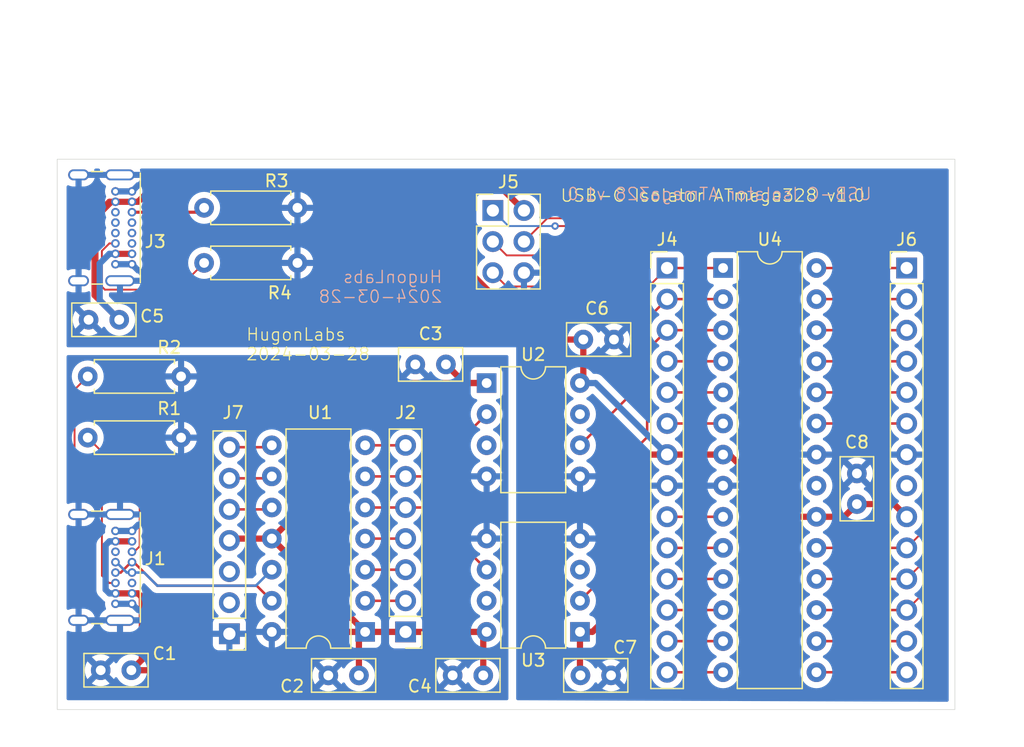
<source format=kicad_pcb>
(kicad_pcb (version 20240108) (generator "pcbnew") (generator_version "8.0")
  (title_block (title "AVR328-USB") (date "2024-03-08") (company "HugonLabs"))
  (layers (0 "F.Cu" signal) (31 "B.Cu" signal) (34 "B.Paste" user) (35 "F.Paste" user) (36 "B.SilkS" user "B.Silkscreen") (37 "F.SilkS" user "F.Silkscreen") (38 "B.Mask" user) (39 "F.Mask" user) (44 "Edge.Cuts" user))
  (net 0 "")
  (net 1 "GND_USB")
  (net 2 "VCC_USB")
  (net 3 "GND_AVR")
  (net 4 "VCC_AVR")
  (net 5 "Net-(J1-CC2)")
  (net 7 "Net-(J1-CC1)")
  (net 9 "/MCP.GP3")
  (net 10 "/MCP.URx")
  (net 11 "/MCP.GP1")
  (net 12 "/MCP.GP0")
  (net 13 "/MCP.SDA")
  (net 14 "/MCP.GP2")
  (net 15 "/MCP.UTx")
  (net 16 "/MCP.SCL")
  (net 17 "/MCP.#RST")
  (net 18 "/MCU Sheet/PB7")
  (net 19 "/MCU Sheet/PB0")
  (net 21 "/MCU Sheet/PC0")
  (net 22 "/UART_Tx")
  (net 23 "/MCU Sheet/PB2")
  (net 24 "/MCU Sheet/PD7")
  (net 25 "/MCU Sheet/PC4")
  (net 26 "/UART_Rx")
  (net 27 "/MCU Sheet/PD4")
  (net 28 "/MCU Sheet/PC6 #RESET")
  (net 31 "/MCU Sheet/PD6")
  (net 32 "/MCU Sheet/PB6")
  (net 33 "/MCU Sheet/PC3")
  (net 34 "/MCU Sheet/PD2")
  (net 35 "/MCU Sheet/PB3")
  (net 36 "/MCU Sheet/PC2")
  (net 38 "/MCU Sheet/PC1")
  (net 39 "/MCU Sheet/PD3")
  (net 40 "/MCU Sheet/PB4")
  (net 41 "/MCU Sheet/PB5")
  (net 42 "/MCU Sheet/PB1")
  (net 43 "/MCU Sheet/PD5")
  (net 44 "/MCU Sheet/PC5")
  (net 45 "Net-(J3-CC1)")
  (net 46 "Net-(J3-CC2)")
  (net 52 "/D-")
  (net 53 "/D+")
  (footprint "Package_DIP:DIP-8_W7.62mm" (layer "F.Cu") (at 118.872 102.362 180)
    (property "Reference" "U3" (at 3.81 -2.33 180) (layer "F.SilkS"))
    (property "Value" "ACPL-772L-000E")
    (pad "1" thru_hole rect (at 0 0 180) (size 1.6 1.6) (drill 0.8) (layers "*.Cu" "*.Mask") (net 4 "VCC_AVR"))
    (pad "2" thru_hole oval (at 0 2.54 180) (size 1.6 1.6) (drill 0.8) (layers "*.Cu" "*.Mask") (net 22 "/UART_Tx"))
    (pad "3" thru_hole oval (at 0 5.08 180) (size 1.6 1.6) (drill 0.8) (layers "*.Cu" "*.Mask"))
    (pad "4" thru_hole oval (at 0 7.62 180) (size 1.6 1.6) (drill 0.8) (layers "*.Cu" "*.Mask") (net 3 "GND_AVR"))
    (pad "5" thru_hole oval (at 7.62 7.62 180) (size 1.6 1.6) (drill 0.8) (layers "*.Cu" "*.Mask") (net 1 "GND_USB"))
    (pad "6" thru_hole oval (at 7.62 5.08 180) (size 1.6 1.6) (drill 0.8) (layers "*.Cu" "*.Mask") (net 10 "/MCP.URx"))
    (pad "7" thru_hole oval (at 7.62 2.54 180) (size 1.6 1.6) (drill 0.8) (layers "*.Cu" "*.Mask"))
    (pad "8" thru_hole oval (at 7.62 0 180) (size 1.6 1.6) (drill 0.8) (layers "*.Cu" "*.Mask") (net 2 "VCC_USB"))
  )
  (footprint "Resistor_THT:R_Axial_DIN0207_L6.3mm_D2.5mm_P7.62mm_Horizontal" (layer "F.Cu") (at 88.19 67.726803)
    (property "Reference" "R3" (at 5.917 -2.194803 0) (layer "F.SilkS"))
    (property "Value" "5k1")
    (pad "1" thru_hole circle (at 0 0) (size 1.6 1.6) (drill 0.8) (layers "*.Cu" "*.Mask") (net 45 "Net-(J3-CC1)"))
    (pad "2" thru_hole oval (at 7.62 0) (size 1.6 1.6) (drill 0.8) (layers "*.Cu" "*.Mask") (net 3 "GND_AVR"))
  )
  (footprint "Package_DIP:DIP-14_W7.62mm" (layer "F.Cu") (at 101.336 102.367 180)
    (property "Reference" "U1" (at 3.673 17.912 180) (layer "F.SilkS"))
    (property "Value" "MCP2221AxP")
    (pad "1" thru_hole rect (at 0 0 180) (size 1.6 1.6) (drill 0.8) (layers "*.Cu" "*.Mask") (net 2 "VCC_USB"))
    (pad "2" thru_hole oval (at 0 2.54 180) (size 1.6 1.6) (drill 0.8) (layers "*.Cu" "*.Mask") (net 12 "/MCP.GP0"))
    (pad "3" thru_hole oval (at 0 5.08 180) (size 1.6 1.6) (drill 0.8) (layers "*.Cu" "*.Mask") (net 11 "/MCP.GP1"))
    (pad "4" thru_hole oval (at 0 7.62 180) (size 1.6 1.6) (drill 0.8) (layers "*.Cu" "*.Mask") (net 17 "/MCP.#RST"))
    (pad "5" thru_hole oval (at 0 10.16 180) (size 1.6 1.6) (drill 0.8) (layers "*.Cu" "*.Mask") (net 10 "/MCP.URx"))
    (pad "6" thru_hole oval (at 0 12.7 180) (size 1.6 1.6) (drill 0.8) (layers "*.Cu" "*.Mask") (net 15 "/MCP.UTx"))
    (pad "7" thru_hole oval (at 0 15.24 180) (size 1.6 1.6) (drill 0.8) (layers "*.Cu" "*.Mask") (net 14 "/MCP.GP2"))
    (pad "8" thru_hole oval (at 7.62 15.24 180) (size 1.6 1.6) (drill 0.8) (layers "*.Cu" "*.Mask") (net 9 "/MCP.GP3"))
    (pad "9" thru_hole oval (at 7.62 12.7 180) (size 1.6 1.6) (drill 0.8) (layers "*.Cu" "*.Mask") (net 13 "/MCP.SDA"))
    (pad "10" thru_hole oval (at 7.62 10.16 180) (size 1.6 1.6) (drill 0.8) (layers "*.Cu" "*.Mask") (net 16 "/MCP.SCL"))
    (pad "11" thru_hole oval (at 7.62 7.62 180) (size 1.6 1.6) (drill 0.8) (layers "*.Cu" "*.Mask") (net 2 "VCC_USB"))
    (pad "12" thru_hole oval (at 7.62 5.08 180) (size 1.6 1.6) (drill 0.8) (layers "*.Cu" "*.Mask") (net 52 "/D-"))
    (pad "13" thru_hole oval (at 7.62 2.54 180) (size 1.6 1.6) (drill 0.8) (layers "*.Cu" "*.Mask") (net 53 "/D+"))
    (pad "14" thru_hole oval (at 7.62 0 180) (size 1.6 1.6) (drill 0.8) (layers "*.Cu" "*.Mask") (net 1 "GND_USB"))
  )
  (footprint "AAAA_Project_Library:USB_C_Receptacle_GCT_USB4085_Reduced_Pad_Size" (layer "F.Cu") (at 82.301145 66.384274 -90)
    (property "Reference" "J3" (at 4.100726 -1.899855 0) (layer "F.SilkS"))
    (property "Value" "USB-C THT")
    (pad "A1" thru_hole circle (at 0 0 270) (size 0.69746 0.69746) (drill 0.4) (layers "*.Cu" "*.Mask") (net 3 "GND_AVR"))
    (pad "A4" thru_hole circle (at 0.85 0 270) (size 0.69746 0.69746) (drill 0.4) (layers "*.Cu" "*.Mask") (net 4 "VCC_AVR"))
    (pad "A5" thru_hole circle (at 1.7 0 270) (size 0.69746 0.69746) (drill 0.4) (layers "*.Cu" "*.Mask") (net 45 "Net-(J3-CC1)"))
    (pad "A6" thru_hole circle (at 2.55 0 270) (size 0.69746 0.69746) (drill 0.4) (layers "*.Cu" "*.Mask"))
    (pad "A7" thru_hole circle (at 3.4 0 270) (size 0.69746 0.69746) (drill 0.4) (layers "*.Cu" "*.Mask"))
    (pad "A8" thru_hole circle (at 4.25 0 270) (size 0.69746 0.69746) (drill 0.4) (layers "*.Cu" "*.Mask"))
    (pad "A9" thru_hole circle (at 5.1 0 270) (size 0.69746 0.69746) (drill 0.4) (layers "*.Cu" "*.Mask") (net 4 "VCC_AVR"))
    (pad "A12" thru_hole circle (at 5.95 0 270) (size 0.69746 0.69746) (drill 0.4) (layers "*.Cu" "*.Mask") (net 3 "GND_AVR"))
    (pad "B1" thru_hole circle (at 5.95 1.35 270) (size 0.69746 0.69746) (drill 0.4) (layers "*.Cu" "*.Mask") (net 3 "GND_AVR"))
    (pad "B4" thru_hole circle (at 5.1 1.35 270) (size 0.69746 0.69746) (drill 0.4) (layers "*.Cu" "*.Mask") (net 4 "VCC_AVR"))
    (pad "B5" thru_hole circle (at 4.25 1.35 270) (size 0.69746 0.69746) (drill 0.4) (layers "*.Cu" "*.Mask") (net 46 "Net-(J3-CC2)"))
    (pad "B6" thru_hole circle (at 3.4 1.35 270) (size 0.69746 0.69746) (drill 0.4) (layers "*.Cu" "*.Mask"))
    (pad "B7" thru_hole circle (at 2.55 1.35 270) (size 0.69746 0.69746) (drill 0.4) (layers "*.Cu" "*.Mask"))
    (pad "B8" thru_hole circle (at 1.7 1.35 270) (size 0.69746 0.69746) (drill 0.4) (layers "*.Cu" "*.Mask"))
    (pad "B9" thru_hole circle (at 0.85 1.35 270) (size 0.69746 0.69746) (drill 0.4) (layers "*.Cu" "*.Mask") (net 4 "VCC_AVR"))
    (pad "B12" thru_hole circle (at 0 1.35 270) (size 0.69746 0.69746) (drill 0.4) (layers "*.Cu" "*.Mask") (net 3 "GND_AVR"))
    (pad "S1" thru_hole oval (at -1.35 0.98 270) (size 0.9 2.4) (drill oval 0.6 2.1) (layers "*.Cu" "*.Mask") (net 3 "GND_AVR"))
    (pad "S1" thru_hole oval (at -1.35 4.36 270) (size 0.9 1.7) (drill oval 0.6 1.4) (layers "*.Cu" "*.Mask") (net 3 "GND_AVR"))
    (pad "S1" thru_hole oval (at 7.3 0.98 270) (size 0.9 2.4) (drill oval 0.6 2.1) (layers "*.Cu" "*.Mask") (net 3 "GND_AVR"))
    (pad "S1" thru_hole oval (at 7.3 4.36 270) (size 0.9 1.7) (drill oval 0.6 1.4) (layers "*.Cu" "*.Mask") (net 3 "GND_AVR"))
  )
  (footprint "Resistor_THT:R_Axial_DIN0207_L6.3mm_D2.5mm_P7.62mm_Horizontal" (layer "F.Cu") (at 88.19 72.226803)
    (property "Reference" "R4" (at 6.171 2.449197 0) (layer "F.SilkS"))
    (property "Value" "5k1")
    (pad "1" thru_hole circle (at 0 0) (size 1.6 1.6) (drill 0.8) (layers "*.Cu" "*.Mask") (net 46 "Net-(J3-CC2)"))
    (pad "2" thru_hole oval (at 7.62 0) (size 1.6 1.6) (drill 0.8) (layers "*.Cu" "*.Mask") (net 3 "GND_AVR"))
  )
  (footprint "Capacitor_THT:C_Disc_D5.0mm_W2.5mm_P2.50mm" (layer "F.Cu") (at 121.646 78.486 180)
    (property "Reference" "C6" (at 1.377 2.54 180) (layer "F.SilkS"))
    (property "Value" "0u1")
    (pad "1" thru_hole circle (at 0 0 180) (size 1.6 1.6) (drill 0.8) (layers "*.Cu" "*.Mask") (net 3 "GND_AVR"))
    (pad "2" thru_hole circle (at 2.5 0 180) (size 1.6 1.6) (drill 0.8) (layers "*.Cu" "*.Mask") (net 4 "VCC_AVR"))
  )
  (footprint "Connector_PinHeader_2.54mm:PinHeader_1x14_P2.54mm_Vertical" (layer "F.Cu") (at 125.984 72.644)
    (property "Reference" "J4" (at 0 -2.33 0) (layer "F.SilkS"))
    (property "Value" "Conn_01x14_MountingPin")
    (pad "1" thru_hole rect (at 0 0) (size 1.7 1.7) (drill 1) (layers "*.Cu" "*.Mask") (net 28 "/MCU Sheet/PC6 #RESET"))
    (pad "2" thru_hole oval (at 0 2.54) (size 1.7 1.7) (drill 1) (layers "*.Cu" "*.Mask") (net 26 "/UART_Rx"))
    (pad "3" thru_hole oval (at 0 5.08) (size 1.7 1.7) (drill 1) (layers "*.Cu" "*.Mask") (net 22 "/UART_Tx"))
    (pad "4" thru_hole oval (at 0 7.62) (size 1.7 1.7) (drill 1) (layers "*.Cu" "*.Mask") (net 34 "/MCU Sheet/PD2"))
    (pad "5" thru_hole oval (at 0 10.16) (size 1.7 1.7) (drill 1) (layers "*.Cu" "*.Mask") (net 39 "/MCU Sheet/PD3"))
    (pad "6" thru_hole oval (at 0 12.7) (size 1.7 1.7) (drill 1) (layers "*.Cu" "*.Mask") (net 27 "/MCU Sheet/PD4"))
    (pad "7" thru_hole oval (at 0 15.24) (size 1.7 1.7) (drill 1) (layers "*.Cu" "*.Mask") (net 4 "VCC_AVR"))
    (pad "8" thru_hole oval (at 0 17.78) (size 1.7 1.7) (drill 1) (layers "*.Cu" "*.Mask") (net 3 "GND_AVR"))
    (pad "9" thru_hole oval (at 0 20.32) (size 1.7 1.7) (drill 1) (layers "*.Cu" "*.Mask") (net 32 "/MCU Sheet/PB6"))
    (pad "10" thru_hole oval (at 0 22.86) (size 1.7 1.7) (drill 1) (layers "*.Cu" "*.Mask") (net 18 "/MCU Sheet/PB7"))
    (pad "11" thru_hole oval (at 0 25.4) (size 1.7 1.7) (drill 1) (layers "*.Cu" "*.Mask") (net 43 "/MCU Sheet/PD5"))
    (pad "12" thru_hole oval (at 0 27.94) (size 1.7 1.7) (drill 1) (layers "*.Cu" "*.Mask") (net 31 "/MCU Sheet/PD6"))
    (pad "13" thru_hole oval (at 0 30.48) (size 1.7 1.7) (drill 1) (layers "*.Cu" "*.Mask") (net 24 "/MCU Sheet/PD7"))
    (pad "14" thru_hole oval (at 0 33.02) (size 1.7 1.7) (drill 1) (layers "*.Cu" "*.Mask") (net 19 "/MCU Sheet/PB0"))
  )
  (footprint "Capacitor_THT:C_Disc_D5.0mm_W2.5mm_P2.50mm" (layer "F.Cu") (at 79.75 105.5)
    (property "Reference" "C1" (at 5.213 -1.36 0) (layer "F.SilkS"))
    (property "Value" "10u")
    (pad "1" thru_hole circle (at 0 0) (size 1.6 1.6) (drill 0.8) (layers "*.Cu" "*.Mask") (net 1 "GND_USB"))
    (pad "2" thru_hole circle (at 2.5 0) (size 1.6 1.6) (drill 0.8) (layers "*.Cu" "*.Mask") (net 2 "VCC_USB"))
  )
  (footprint "Resistor_THT:R_Axial_DIN0207_L6.3mm_D2.5mm_P7.62mm_Horizontal" (layer "F.Cu") (at 78.69 81.5)
    (property "Reference" "R2" (at 6.654 -2.37 0) (layer "F.SilkS"))
    (property "Value" "5k1")
    (pad "1" thru_hole circle (at 0 0) (size 1.6 1.6) (drill 0.8) (layers "*.Cu" "*.Mask") (net 5 "Net-(J1-CC2)"))
    (pad "2" thru_hole oval (at 7.62 0) (size 1.6 1.6) (drill 0.8) (layers "*.Cu" "*.Mask") (net 1 "GND_USB"))
  )
  (footprint "Package_DIP:DIP-8_W7.62mm" (layer "F.Cu") (at 111.252 82.042)
    (property "Reference" "U2" (at 3.81 -2.33 0) (layer "F.SilkS"))
    (property "Value" "ACPL-772L-000E")
    (pad "1" thru_hole rect (at 0 0) (size 1.6 1.6) (drill 0.8) (layers "*.Cu" "*.Mask") (net 2 "VCC_USB"))
    (pad "2" thru_hole oval (at 0 2.54) (size 1.6 1.6) (drill 0.8) (layers "*.Cu" "*.Mask") (net 15 "/MCP.UTx"))
    (pad "3" thru_hole oval (at 0 5.08) (size 1.6 1.6) (drill 0.8) (layers "*.Cu" "*.Mask"))
    (pad "4" thru_hole oval (at 0 7.62) (size 1.6 1.6) (drill 0.8) (layers "*.Cu" "*.Mask") (net 1 "GND_USB"))
    (pad "5" thru_hole oval (at 7.62 7.62) (size 1.6 1.6) (drill 0.8) (layers "*.Cu" "*.Mask") (net 3 "GND_AVR"))
    (pad "6" thru_hole oval (at 7.62 5.08) (size 1.6 1.6) (drill 0.8) (layers "*.Cu" "*.Mask") (net 26 "/UART_Rx"))
    (pad "7" thru_hole oval (at 7.62 2.54) (size 1.6 1.6) (drill 0.8) (layers "*.Cu" "*.Mask"))
    (pad "8" thru_hole oval (at 7.62 0) (size 1.6 1.6) (drill 0.8) (layers "*.Cu" "*.Mask") (net 4 "VCC_AVR"))
  )
  (footprint "Capacitor_THT:C_Disc_D5.0mm_W2.5mm_P2.50mm" (layer "F.Cu") (at 121.412 105.918 180)
    (property "Reference" "C7" (at -1.143 2.286 180) (layer "F.SilkS"))
    (property "Value" "0u1")
    (pad "1" thru_hole circle (at 0 0 180) (size 1.6 1.6) (drill 0.8) (layers "*.Cu" "*.Mask") (net 3 "GND_AVR"))
    (pad "2" thru_hole circle (at 2.5 0 180) (size 1.6 1.6) (drill 0.8) (layers "*.Cu" "*.Mask") (net 4 "VCC_AVR"))
  )
  (footprint "Connector_PinHeader_2.54mm:PinHeader_1x14_P2.54mm_Vertical" (layer "F.Cu") (at 145.542 72.644)
    (property "Reference" "J6" (at 0 -2.33 0) (layer "F.SilkS"))
    (property "Value" "Conn_01x14_MountingPin")
    (pad "1" thru_hole rect (at 0 0) (size 1.7 1.7) (drill 1) (layers "*.Cu" "*.Mask") (net 44 "/MCU Sheet/PC5"))
    (pad "2" thru_hole oval (at 0 2.54) (size 1.7 1.7) (drill 1) (layers "*.Cu" "*.Mask") (net 25 "/MCU Sheet/PC4"))
    (pad "3" thru_hole oval (at 0 5.08) (size 1.7 1.7) (drill 1) (layers "*.Cu" "*.Mask") (net 33 "/MCU Sheet/PC3"))
    (pad "4" thru_hole oval (at 0 7.62) (size 1.7 1.7) (drill 1) (layers "*.Cu" "*.Mask") (net 36 "/MCU Sheet/PC2"))
    (pad "5" thru_hole oval (at 0 10.16) (size 1.7 1.7) (drill 1) (layers "*.Cu" "*.Mask") (net 38 "/MCU Sheet/PC1"))
    (pad "6" thru_hole oval (at 0 12.7) (size 1.7 1.7) (drill 1) (layers "*.Cu" "*.Mask") (net 21 "/MCU Sheet/PC0"))
    (pad "7" thru_hole oval (at 0 15.24) (size 1.7 1.7) (drill 1) (layers "*.Cu" "*.Mask") (net 3 "GND_AVR"))
    (pad "8" thru_hole oval (at 0 17.78) (size 1.7 1.7) (drill 1) (layers "*.Cu" "*.Mask"))
    (pad "9" thru_hole oval (at 0 20.32) (size 1.7 1.7) (drill 1) (layers "*.Cu" "*.Mask") (net 4 "VCC_AVR"))
    (pad "10" thru_hole oval (at 0 22.86) (size 1.7 1.7) (drill 1) (layers "*.Cu" "*.Mask") (net 41 "/MCU Sheet/PB5"))
    (pad "11" thru_hole oval (at 0 25.4) (size 1.7 1.7) (drill 1) (layers "*.Cu" "*.Mask") (net 40 "/MCU Sheet/PB4"))
    (pad "12" thru_hole oval (at 0 27.94) (size 1.7 1.7) (drill 1) (layers "*.Cu" "*.Mask") (net 35 "/MCU Sheet/PB3"))
    (pad "13" thru_hole oval (at 0 30.48) (size 1.7 1.7) (drill 1) (layers "*.Cu" "*.Mask") (net 23 "/MCU Sheet/PB2"))
    (pad "14" thru_hole oval (at 0 33.02) (size 1.7 1.7) (drill 1) (layers "*.Cu" "*.Mask") (net 42 "/MCU Sheet/PB1"))
  )
  (footprint "Connector_PinHeader_2.54mm:PinHeader_1x07_P2.54mm_Vertical" (layer "F.Cu") (at 90.252 102.521 180)
    (property "Reference" "J7" (at -0.299 18.066 180) (layer "F.SilkS"))
    (property "Value" "MCP Debug Header")
    (pad "1" thru_hole rect (at 0 0 180) (size 1.7 1.7) (drill 1) (layers "*.Cu" "*.Mask") (net 1 "GND_USB"))
    (pad "2" thru_hole oval (at 0 2.54 180) (size 1.7 1.7) (drill 1) (layers "*.Cu" "*.Mask"))
    (pad "3" thru_hole oval (at 0 5.08 180) (size 1.7 1.7) (drill 1) (layers "*.Cu" "*.Mask"))
    (pad "4" thru_hole oval (at 0 7.62 180) (size 1.7 1.7) (drill 1) (layers "*.Cu" "*.Mask") (net 2 "VCC_USB"))
    (pad "5" thru_hole oval (at 0 10.16 180) (size 1.7 1.7) (drill 1) (layers "*.Cu" "*.Mask") (net 16 "/MCP.SCL"))
    (pad "6" thru_hole oval (at 0 12.7 180) (size 1.7 1.7) (drill 1) (layers "*.Cu" "*.Mask") (net 13 "/MCP.SDA"))
    (pad "7" thru_hole oval (at 0 15.24 180) (size 1.7 1.7) (drill 1) (layers "*.Cu" "*.Mask") (net 9 "/MCP.GP3"))
  )
  (footprint "AAAA_Project_Library:USB_C_Receptacle_GCT_USB4085_Reduced_Pad_Size" (layer "F.Cu") (at 82.303596 94.121754 -90)
    (property "Reference" "J1" (at 2.271246 -1.897404 180) (layer "F.SilkS"))
    (property "Value" "USB-C THT")
    (pad "A1" thru_hole circle (at 0 0 270) (size 0.69746 0.69746) (drill 0.4) (layers "*.Cu" "*.Mask") (net 1 "GND_USB"))
    (pad "A4" thru_hole circle (at 0.85 0 270) (size 0.69746 0.69746) (drill 0.4) (layers "*.Cu" "*.Mask") (net 2 "VCC_USB"))
    (pad "A5" thru_hole circle (at 1.7 0 270) (size 0.69746 0.69746) (drill 0.4) (layers "*.Cu" "*.Mask") (net 7 "Net-(J1-CC1)"))
    (pad "A6" thru_hole circle (at 2.55 0 270) (size 0.69746 0.69746) (drill 0.4) (layers "*.Cu" "*.Mask") (net 53 "/D+"))
    (pad "A7" thru_hole circle (at 3.4 0 270) (size 0.69746 0.69746) (drill 0.4) (layers "*.Cu" "*.Mask") (net 52 "/D-"))
    (pad "A8" thru_hole circle (at 4.25 0 270) (size 0.69746 0.69746) (drill 0.4) (layers "*.Cu" "*.Mask"))
    (pad "A9" thru_hole circle (at 5.1 0 270) (size 0.69746 0.69746) (drill 0.4) (layers "*.Cu" "*.Mask") (net 2 "VCC_USB"))
    (pad "A12" thru_hole circle (at 5.95 0 270) (size 0.69746 0.69746) (drill 0.4) (layers "*.Cu" "*.Mask") (net 1 "GND_USB"))
    (pad "B1" thru_hole circle (at 5.95 1.35 270) (size 0.69746 0.69746) (drill 0.4) (layers "*.Cu" "*.Mask") (net 1 "GND_USB"))
    (pad "B4" thru_hole circle (at 5.1 1.35 270) (size 0.69746 0.69746) (drill 0.4) (layers "*.Cu" "*.Mask") (net 2 "VCC_USB"))
    (pad "B5" thru_hole circle (at 4.25 1.35 270) (size 0.69746 0.69746) (drill 0.4) (layers "*.Cu" "*.Mask") (net 5 "Net-(J1-CC2)"))
    (pad "B6" thru_hole circle (at 3.4 1.35 270) (size 0.69746 0.69746) (drill 0.4) (layers "*.Cu" "*.Mask") (net 53 "/D+"))
    (pad "B7" thru_hole circle (at 2.55 1.35 270) (size 0.69746 0.69746) (drill 0.4) (layers "*.Cu" "*.Mask") (net 52 "/D-"))
    (pad "B8" thru_hole circle (at 1.7 1.35 270) (size 0.69746 0.69746) (drill 0.4) (layers "*.Cu" "*.Mask"))
    (pad "B9" thru_hole circle (at 0.85 1.35 270) (size 0.69746 0.69746) (drill 0.4) (layers "*.Cu" "*.Mask") (net 2 "VCC_USB"))
    (pad "B12" thru_hole circle (at 0 1.35 270) (size 0.69746 0.69746) (drill 0.4) (layers "*.Cu" "*.Mask") (net 1 "GND_USB"))
    (pad "S1" thru_hole oval (at -1.35 0.98 270) (size 0.9 2.4) (drill oval 0.6 2.1) (layers "*.Cu" "*.Mask") (net 1 "GND_USB"))
    (pad "S1" thru_hole oval (at -1.35 4.36 270) (size 0.9 1.7) (drill oval 0.6 1.4) (layers "*.Cu" "*.Mask") (net 1 "GND_USB"))
    (pad "S1" thru_hole oval (at 7.3 0.98 270) (size 0.9 2.4) (drill oval 0.6 2.1) (layers "*.Cu" "*.Mask") (net 1 "GND_USB"))
    (pad "S1" thru_hole oval (at 7.3 4.36 270) (size 0.9 1.7) (drill oval 0.6 1.4) (layers "*.Cu" "*.Mask") (net 1 "GND_USB"))
  )
  (footprint "Connector_PinHeader_2.54mm:PinHeader_2x03_P2.54mm_Vertical" (layer "F.Cu") (at 111.76 67.945)
    (property "Reference" "J5" (at 1.27 -2.33 360) (layer "F.SilkS"))
    (property "Value" "AVR-ISP-6")
    (pad "1" thru_hole rect (at 0 0) (size 1.7 1.7) (drill 1) (layers "*.Cu" "*.Mask") (net 40 "/MCU Sheet/PB4"))
    (pad "2" thru_hole oval (at 2.54 0) (size 1.7 1.7) (drill 1) (layers "*.Cu" "*.Mask") (net 4 "VCC_AVR"))
    (pad "3" thru_hole oval (at 0 2.54) (size 1.7 1.7) (drill 1) (layers "*.Cu" "*.Mask") (net 41 "/MCU Sheet/PB5"))
    (pad "4" thru_hole oval (at 2.54 2.54) (size 1.7 1.7) (drill 1) (layers "*.Cu" "*.Mask") (net 35 "/MCU Sheet/PB3"))
    (pad "5" thru_hole oval (at 0 5.08) (size 1.7 1.7) (drill 1) (layers "*.Cu" "*.Mask") (net 28 "/MCU Sheet/PC6 #RESET"))
    (pad "6" thru_hole oval (at 2.54 5.08) (size 1.7 1.7) (drill 1) (layers "*.Cu" "*.Mask") (net 3 "GND_AVR"))
  )
  (footprint "Capacitor_THT:C_Disc_D5.0mm_W2.5mm_P2.50mm" (layer "F.Cu") (at 98.328 105.923)
    (property "Reference" "C2" (at -2.951 0.884 0) (layer "F.SilkS"))
    (property "Value" "0u1")
    (pad "1" thru_hole circle (at 0 0) (size 1.6 1.6) (drill 0.8) (layers "*.Cu" "*.Mask") (net 1 "GND_USB"))
    (pad "2" thru_hole circle (at 2.5 0) (size 1.6 1.6) (drill 0.8) (layers "*.Cu" "*.Mask") (net 2 "VCC_USB"))
  )
  (footprint "Capacitor_THT:C_Disc_D5.0mm_W2.5mm_P2.50mm" (layer "F.Cu") (at 105.43 80.518)
    (property "Reference" "C3" (at 1.25 -2.5 360) (layer "F.SilkS"))
    (property "Value" "0u1")
    (pad "1" thru_hole circle (at 0 0) (size 1.6 1.6) (drill 0.8) (layers "*.Cu" "*.Mask") (net 1 "GND_USB"))
    (pad "2" thru_hole circle (at 2.5 0) (size 1.6 1.6) (drill 0.8) (layers "*.Cu" "*.Mask") (net 2 "VCC_USB"))
  )
  (footprint "Resistor_THT:R_Axial_DIN0207_L6.3mm_D2.5mm_P7.62mm_Horizontal" (layer "F.Cu") (at 78.69 86.5)
    (property "Reference" "R1" (at 6.654 -2.37 0) (layer "F.SilkS"))
    (property "Value" "5k1")
    (pad "1" thru_hole circle (at 0 0) (size 1.6 1.6) (drill 0.8) (layers "*.Cu" "*.Mask") (net 7 "Net-(J1-CC1)"))
    (pad "2" thru_hole oval (at 7.62 0) (size 1.6 1.6) (drill 0.8) (layers "*.Cu" "*.Mask") (net 1 "GND_USB"))
  )
  (footprint "Capacitor_THT:C_Disc_D5.0mm_W2.5mm_P2.50mm" (layer "F.Cu") (at 141.478 89.428 -90)
    (property "Reference" "C8" (at -2.56 0 180) (layer "F.SilkS"))
    (property "Value" "0u1")
    (pad "1" thru_hole circle (at 0 0 270) (size 1.6 1.6) (drill 0.8) (layers "*.Cu" "*.Mask") (net 3 "GND_AVR"))
    (pad "2" thru_hole circle (at 2.5 0 270) (size 1.6 1.6) (drill 0.8) (layers "*.Cu" "*.Mask") (net 4 "VCC_AVR"))
  )
  (footprint "Package_DIP:DIP-28_W7.62mm" (layer "F.Cu") (at 130.556 72.644)
    (property "Reference" "U4" (at 3.81 -2.33 0) (layer "F.SilkS"))
    (property "Value" "ATmega328P-P")
    (pad "1" thru_hole rect (at 0 0) (size 1.6 1.6) (drill 0.8) (layers "*.Cu" "*.Mask") (net 28 "/MCU Sheet/PC6 #RESET"))
    (pad "2" thru_hole oval (at 0 2.54) (size 1.6 1.6) (drill 0.8) (layers "*.Cu" "*.Mask") (net 26 "/UART_Rx"))
    (pad "3" thru_hole oval (at 0 5.08) (size 1.6 1.6) (drill 0.8) (layers "*.Cu" "*.Mask") (net 22 "/UART_Tx"))
    (pad "4" thru_hole oval (at 0 7.62) (size 1.6 1.6) (drill 0.8) (layers "*.Cu" "*.Mask") (net 34 "/MCU Sheet/PD2"))
    (pad "5" thru_hole oval (at 0 10.16) (size 1.6 1.6) (drill 0.8) (layers "*.Cu" "*.Mask") (net 39 "/MCU Sheet/PD3"))
    (pad "6" thru_hole oval (at 0 12.7) (size 1.6 1.6) (drill 0.8) (layers "*.Cu" "*.Mask") (net 27 "/MCU Sheet/PD4"))
    (pad "7" thru_hole oval (at 0 15.24) (size 1.6 1.6) (drill 0.8) (layers "*.Cu" "*.Mask") (net 4 "VCC_AVR"))
    (pad "8" thru_hole oval (at 0 17.78) (size 1.6 1.6) (drill 0.8) (layers "*.Cu" "*.Mask") (net 3 "GND_AVR"))
    (pad "9" thru_hole oval (at 0 20.32) (size 1.6 1.6) (drill 0.8) (layers "*.Cu" "*.Mask") (net 32 "/MCU Sheet/PB6"))
    (pad "10" thru_hole oval (at 0 22.86) (size 1.6 1.6) (drill 0.8) (layers "*.Cu" "*.Mask") (net 18 "/MCU Sheet/PB7"))
    (pad "11" thru_hole oval (at 0 25.4) (size 1.6 1.6) (drill 0.8) (layers "*.Cu" "*.Mask") (net 43 "/MCU Sheet/PD5"))
    (pad "12" thru_hole oval (at 0 27.94) (size 1.6 1.6) (drill 0.8) (layers "*.Cu" "*.Mask") (net 31 "/MCU Sheet/PD6"))
    (pad "13" thru_hole oval (at 0 30.48) (size 1.6 1.6) (drill 0.8) (layers "*.Cu" "*.Mask") (net 24 "/MCU Sheet/PD7"))
    (pad "14" thru_hole oval (at 0 33.02) (size 1.6 1.6) (drill 0.8) (layers "*.Cu" "*.Mask") (net 19 "/MCU Sheet/PB0"))
    (pad "15" thru_hole oval (at 7.62 33.02) (size 1.6 1.6) (drill 0.8) (layers "*.Cu" "*.Mask") (net 42 "/MCU Sheet/PB1"))
    (pad "16" thru_hole oval (at 7.62 30.48) (size 1.6 1.6) (drill 0.8) (layers "*.Cu" "*.Mask") (net 23 "/MCU Sheet/PB2"))
    (pad "17" thru_hole oval (at 7.62 27.94) (size 1.6 1.6) (drill 0.8) (layers "*.Cu" "*.Mask") (net 35 "/MCU Sheet/PB3"))
    (pad "18" thru_hole oval (at 7.62 25.4) (size 1.6 1.6) (drill 0.8) (layers "*.Cu" "*.Mask") (net 40 "/MCU Sheet/PB4"))
    (pad "19" thru_hole oval (at 7.62 22.86) (size 1.6 1.6) (drill 0.8) (layers "*.Cu" "*.Mask") (net 41 "/MCU Sheet/PB5"))
    (pad "20" thru_hole oval (at 7.62 20.32) (size 1.6 1.6) (drill 0.8) (layers "*.Cu" "*.Mask") (net 4 "VCC_AVR"))
    (pad "21" thru_hole oval (at 7.62 17.78) (size 1.6 1.6) (drill 0.8) (layers "*.Cu" "*.Mask"))
    (pad "22" thru_hole oval (at 7.62 15.24) (size 1.6 1.6) (drill 0.8) (layers "*.Cu" "*.Mask") (net 3 "GND_AVR"))
    (pad "23" thru_hole oval (at 7.62 12.7) (size 1.6 1.6) (drill 0.8) (layers "*.Cu" "*.Mask") (net 21 "/MCU Sheet/PC0"))
    (pad "24" thru_hole oval (at 7.62 10.16) (size 1.6 1.6) (drill 0.8) (layers "*.Cu" "*.Mask") (net 38 "/MCU Sheet/PC1"))
    (pad "25" thru_hole oval (at 7.62 7.62) (size 1.6 1.6) (drill 0.8) (layers "*.Cu" "*.Mask") (net 36 "/MCU Sheet/PC2"))
    (pad "26" thru_hole oval (at 7.62 5.08) (size 1.6 1.6) (drill 0.8) (layers "*.Cu" "*.Mask") (net 33 "/MCU Sheet/PC3"))
    (pad "27" thru_hole oval (at 7.62 2.54) (size 1.6 1.6) (drill 0.8) (layers "*.Cu" "*.Mask") (net 25 "/MCU Sheet/PC4"))
    (pad "28" thru_hole oval (at 7.62 0) (size 1.6 1.6) (drill 0.8) (layers "*.Cu" "*.Mask") (net 44 "/MCU Sheet/PC5"))
  )
  (footprint "Capacitor_THT:C_Disc_D5.0mm_W2.5mm_P2.50mm" (layer "F.Cu") (at 78.76 76.870803)
    (property "Reference" "C5" (at 5.187 -0.289803 0) (layer "F.SilkS"))
    (property "Value" "10u")
    (pad "1" thru_hole circle (at 0 0) (size 1.6 1.6) (drill 0.8) (layers "*.Cu" "*.Mask") (net 3 "GND_AVR"))
    (pad "2" thru_hole circle (at 2.5 0) (size 1.6 1.6) (drill 0.8) (layers "*.Cu" "*.Mask") (net 4 "VCC_AVR"))
  )
  (footprint "Capacitor_THT:C_Disc_D5.0mm_W2.5mm_P2.50mm" (layer "F.Cu") (at 108.478 105.918)
    (property "Reference" "C4" (at -2.687 0.889 360) (layer "F.SilkS"))
    (property "Value" "0u1")
    (pad "1" thru_hole circle (at 0 0) (size 1.6 1.6) (drill 0.8) (layers "*.Cu" "*.Mask") (net 1 "GND_USB"))
    (pad "2" thru_hole circle (at 2.5 0) (size 1.6 1.6) (drill 0.8) (layers "*.Cu" "*.Mask") (net 2 "VCC_USB"))
  )
  (footprint "Connector_PinHeader_2.54mm:PinHeader_1x07_P2.54mm_Vertical" (layer "F.Cu") (at 104.638 102.367 180)
    (property "Reference" "J2" (at -0.01 17.912 180) (layer "F.SilkS"))
    (property "Value" "MCP Debug Header")
    (pad "1" thru_hole rect (at 0 0 180) (size 1.7 1.7) (drill 1) (layers "*.Cu" "*.Mask") (net 2 "VCC_USB"))
    (pad "2" thru_hole oval (at 0 2.54 180) (size 1.7 1.7) (drill 1) (layers "*.Cu" "*.Mask") (net 12 "/MCP.GP0"))
    (pad "3" thru_hole oval (at 0 5.08 180) (size 1.7 1.7) (drill 1) (layers "*.Cu" "*.Mask") (net 11 "/MCP.GP1"))
    (pad "4" thru_hole oval (at 0 7.62 180) (size 1.7 1.7) (drill 1) (layers "*.Cu" "*.Mask") (net 17 "/MCP.#RST"))
    (pad "5" thru_hole oval (at 0 10.16 180) (size 1.7 1.7) (drill 1) (layers "*.Cu" "*.Mask") (net 10 "/MCP.URx"))
    (pad "6" thru_hole oval (at 0 12.7 180) (size 1.7 1.7) (drill 1) (layers "*.Cu" "*.Mask") (net 15 "/MCP.UTx"))
    (pad "7" thru_hole oval (at 0 15.24 180) (size 1.7 1.7) (drill 1) (layers "*.Cu" "*.Mask") (net 14 "/MCP.GP2"))
  )
  (gr_rect (start 76.2 63.754) (end 149.479 108.712) (stroke (width 0.05)) (fill none) (layer "Edge.Cuts"))
  (gr_text "HugonLabs\n2024-03-28" (at 107.696 75.565 0) (layer "B.SilkS") (effects (font (size 1 1) (thickness 0.1)) (justify left bottom mirror)))
  (gr_text "USB-C Isolator ATmega328 v1.0" (at 142.748 67.183 0) (layer "B.SilkS") (effects (font (size 1 1) (thickness 0.1)) (justify left bottom mirror)))
  (gr_text "USB-C Isolator ATmega328 v1.0" (at 117.221 67.31 0) (layer "F.SilkS") (effects (font (size 1 1) (thickness 0.1)) (justify left bottom)))
  (gr_text "HugonLabs\n2024-03-28" (at 91.567 80.264 0) (layer "F.SilkS") (effects (font (size 1 1) (thickness 0.1)) (justify left bottom)))
  (segment (start 82.303596 94.121754) (end 80.953596 94.121754) (width 0.508) (layer "B.Cu") (net 1))
  (segment (start 80.953596 100.071754) (end 82.303596 100.071754) (width 0.508) (layer "B.Cu") (net 1))
  (segment (start 83.107596 104.642404) (end 83.107596 99.53078) (width 0.508) (layer "F.Cu") (net 2))
  (segment (start 109.454 82.042) (end 107.93 80.518) (width 0.508) (layer "F.Cu") (net 2))
  (segment (start 100.828 105.923) (end 100.828 102.875) (width 0.508) (layer "F.Cu") (net 2))
  (segment (start 93.716 94.747) (end 101.336 102.367) (width 0.508) (layer "F.Cu") (net 2))
  (segment (start 80.953596 94.971754) (end 82.303596 94.971754) (width 0.508) (layer "F.Cu") (net 2))
  (segment (start 82.25 105.5) (end 83.107596 104.642404) (width 0.508) (layer "F.Cu") (net 2))
  (segment (start 111.252 82.042) (end 109.454 82.042) (width 0.508) (layer "F.Cu") (net 2))
  (segment (start 82.303596 99.221754) (end 80.953596 99.221754) (width 0.508) (layer "F.Cu") (net 2))
  (segment (start 82.79857 99.221754) (end 82.303596 99.221754) (width 0.508) (layer "F.Cu") (net 2))
  (segment (start 96.52 88.9) (end 103.378 82.042) (width 0.508) (layer "F.Cu") (net 2))
  (segment (start 93.716 94.747) (end 96.515 91.948) (width 0.508) (layer "F.Cu") (net 2))
  (segment (start 101.336 102.367) (end 111.247 102.367) (width 0.508) (layer "F.Cu") (net 2))
  (segment (start 110.978 105.918) (end 110.978 102.636) (width 0.508) (layer "F.Cu") (net 2))
  (segment (start 90.406 94.747) (end 90.252 94.901) (width 0.508) (layer "F.Cu") (net 2))
  (segment (start 100.828 102.875) (end 101.336 102.367) (width 0.508) (layer "F.Cu") (net 2))
  (segment (start 83.107596 99.53078) (end 82.79857 99.221754) (width 0.508) (layer "F.Cu") (net 2))
  (segment (start 82.25 105.5) (end 93.551 105.5) (width 0.508) (layer "F.Cu") (net 2))
  (segment (start 96.52 91.948) (end 96.52 88.9) (width 0.508) (layer "F.Cu") (net 2))
  (segment (start 93.551 105.5) (end 96.684 102.367) (width 0.508) (layer "F.Cu") (net 2))
  (segment (start 110.978 102.636) (end 111.252 102.362) (width 0.508) (layer "F.Cu") (net 2))
  (segment (start 103.378 82.042) (end 111.252 82.042) (width 0.508) (layer "F.Cu") (net 2))
  (segment (start 96.684 102.367) (end 101.336 102.367) (width 0.508) (layer "F.Cu") (net 2))
  (segment (start 96.515 91.948) (end 96.52 91.948) (width 0.508) (layer "F.Cu") (net 2))
  (segment (start 93.716 94.747) (end 90.406 94.747) (width 0.508) (layer "F.Cu") (net 2))
  (segment (start 111.247 102.367) (end 111.252 102.362) (width 0.508) (layer "F.Cu") (net 2))
  (segment (start 80.149596 95.28078) (end 80.149596 98.912728) (width 0.508) (layer "B.Cu") (net 2))
  (segment (start 80.953596 94.971754) (end 80.458622 94.971754) (width 0.508) (layer "B.Cu") (net 2))
  (segment (start 80.458622 94.971754) (end 80.149596 95.28078) (width 0.508) (layer "B.Cu") (net 2))
  (segment (start 80.458622 99.221754) (end 80.953596 99.221754) (width 0.508) (layer "B.Cu") (net 2))
  (segment (start 80.149596 98.912728) (end 80.458622 99.221754) (width 0.508) (layer "B.Cu") (net 2))
  (segment (start 80.951145 72.334274) (end 82.301145 72.334274) (width 0.508) (layer "B.Cu") (net 3))
  (segment (start 80.951145 66.384274) (end 82.301145 66.384274) (width 0.508) (layer "B.Cu") (net 3))
  (segment (start 130.556 87.884) (end 131.064 87.884) (width 0.508) (layer "F.Cu") (net 4))
  (segment (start 80.787471 67.234274) (end 82.301145 67.234274) (width 0.508) (layer "F.Cu") (net 4))
  (segment (start 82.301145 67.234274) (end 82.796119 67.234274) (width 0.508) (layer "F.Cu") (net 4))
  (segment (start 79.441745 68.58) (end 80.787471 67.234274) (width 0.254) (layer "F.Cu") (net 4))
  (segment (start 119.146 78.486) (end 119.146 81.768) (width 0.508) (layer "F.Cu") (net 4))
  (segment (start 118.872 102.362) (end 119.888 102.362) (width 0.508) (layer "F.Cu") (net 4))
  (segment (start 131.064 87.884) (end 136.144 92.964) (width 0.508) (layer "F.Cu") (net 4))
  (segment (start 80.456171 67.234274) (end 79.248 68.442445) (width 0.508) (layer "F.Cu") (net 4))
  (segment (start 107.315 70.424135) (end 115.376865 78.486) (width 0.508) (layer "F.Cu") (net 4))
  (segment (start 112.395 66.04) (end 114.3 67.945) (width 0.508) (layer "F.Cu") (net 4))
  (segment (start 81.26 76.870803) (end 79.441745 75.052548) (width 0.254) (layer "F.Cu") (net 4))
  (segment (start 118.872 102.362) (end 118.872 105.878) (width 0.508) (layer "F.Cu") (net 4))
  (segment (start 136.144 92.964) (end 138.176 92.964) (width 0.508) (layer "F.Cu") (net 4))
  (segment (start 119.888 102.362) (end 121.92 100.33) (width 0.508) (layer "F.Cu") (net 4))
  (segment (start 125.984 87.884) (end 130.556 87.884) (width 0.508) (layer "F.Cu") (net 4))
  (segment (start 83.990393 66.04) (end 107.315 66.04) (width 0.508) (layer "F.Cu") (net 4))
  (segment (start 107.315 66.04) (end 112.395 66.04) (width 0.508) (layer "F.Cu") (net 4))
  (segment (start 144.506 91.928) (end 145.542 92.964) (width 0.508) (layer "F.Cu") (net 4))
  (segment (start 79.248 74.858803) (end 81.26 76.870803) (width 0.508) (layer "F.Cu") (net 4))
  (segment (start 141.478 91.928) (end 144.506 91.928) (width 0.508) (layer "F.Cu") (net 4))
  (segment (start 82.796119 67.234274) (end 83.990393 66.04) (width 0.508) (layer "F.Cu") (net 4))
  (segment (start 80.787471 67.234274) (end 80.951145 67.234274) (width 0.254) (layer "F.Cu") (net 4))
  (segment (start 119.146 81.768) (end 118.872 82.042) (width 0.508) (layer "F.Cu") (net 4))
  (segment (start 107.315 66.04) (end 107.315 70.424135) (width 0.508) (layer "F.Cu") (net 4))
  (segment (start 124.206 87.884) (end 125.984 87.884) (width 0.508) (layer "F.Cu") (net 4))
  (segment (start 79.248 68.442445) (end 79.248 74.858803) (width 0.508) (layer "F.Cu") (net 4))
  (segment (start 121.92 100.33) (end 121.92 90.17) (width 0.508) (layer "F.Cu") (net 4))
  (segment (start 138.176 92.964) (end 140.442 92.964) (width 0.508) (layer "F.Cu") (net 4))
  (segment (start 80.951145 71.484274) (end 82.301145 71.484274) (width 0.508) (layer "F.Cu") (net 4))
  (segment (start 118.872 105.878) (end 118.912 105.918) (width 0.508) (layer "F.Cu") (net 4))
  (segment (start 80.951145 67.234274) (end 80.456171 67.234274) (width 0.508) (layer "F.Cu") (net 4))
  (segment (start 115.376865 78.486) (end 119.146 78.486) (width 0.508) (layer "F.Cu") (net 4))
  (segment (start 79.441745 75.052548) (end 79.441745 68.58) (width 0.254) (layer "F.Cu") (net 4))
  (segment (start 121.92 90.17) (end 124.206 87.884) (width 0.508) (layer "F.Cu") (net 4))
  (segment (start 140.442 92.964) (end 141.478 91.928) (width 0.508) (layer "F.Cu") (net 4))
  (segment (start 79.248 74.858803) (end 79.441745 75.052548) (width 0.508) (layer "F.Cu") (net 4))
  (segment (start 80.951145 67.234274) (end 82.301145 67.234274) (width 0.254) (layer "F.Cu") (net 4))
  (segment (start 80.456171 71.484274) (end 79.667145 72.2733) (width 0.508) (layer "B.Cu") (net 4))
  (segment (start 79.667145 72.2733) (end 79.667145 75.277948) (width 0.508) (layer "B.Cu") (net 4))
  (segment (start 80.951145 71.484274) (end 80.456171 71.484274) (width 0.508) (layer "B.Cu") (net 4))
  (segment (start 120.142 82.042) (end 125.984 87.884) (width 0.508) (layer "B.Cu") (net 4))
  (segment (start 118.872 82.042) (end 120.142 82.042) (width 0.508) (layer "B.Cu") (net 4))
  (segment (start 79.667145 75.277948) (end 81.26 76.870803) (width 0.508) (layer "B.Cu") (net 4))
  (segment (start 79.847396 97.774904) (end 79.847396 90.424) (width 0.1524) (layer "F.Cu") (net 5))
  (segment (start 77.6138 82.5762) (end 77.6138 88.190404) (width 0.1524) (layer "F.Cu") (net 5))
  (segment (start 80.444246 98.371754) (end 79.847396 97.774904) (width 0.1524) (layer "F.Cu") (net 5))
  (segment (start 78.69 81.5) (end 77.6138 82.5762) (width 0.1524) (layer "F.Cu") (net 5))
  (segment (start 77.6138 88.190404) (end 79.847396 90.424) (width 0.1524) (layer "F.Cu") (net 5))
  (segment (start 80.953596 98.371754) (end 80.444246 98.371754) (width 0.1524) (layer "F.Cu") (net 5))
  (segment (start 82.486246 95.821754) (end 82.303596 95.821754) (width 0.1524) (layer "F.Cu") (net 7))
  (segment (start 82.929796 95.378204) (end 82.486246 95.821754) (width 0.1524) (layer "F.Cu") (net 7))
  (segment (start 78.69 86.5) (end 82.929796 90.739796) (width 0.1524) (layer "F.Cu") (net 7))
  (segment (start 82.929796 90.739796) (end 82.929796 95.378204) (width 0.1524) (layer "F.Cu") (net 7))
  (segment (start 93.562 87.281) (end 93.716 87.127) (width 0.2032) (layer "F.Cu") (net 9))
  (segment (start 90.252 87.281) (end 93.562 87.281) (width 0.2032) (layer "F.Cu") (net 9))
  (segment (start 104.638 92.207) (end 106.177 92.207) (width 0.2032) (layer "F.Cu") (net 10))
  (segment (start 106.177 92.207) (end 111.252 97.282) (width 0.2032) (layer "F.Cu") (net 10))
  (segment (start 101.336 92.207) (end 104.638 92.207) (width 0.2032) (layer "F.Cu") (net 10))
  (segment (start 101.336 97.287) (end 104.638 97.287) (width 0.2032) (layer "F.Cu") (net 11))
  (segment (start 101.336 99.827) (end 104.638 99.827) (width 0.2032) (layer "F.Cu") (net 12))
  (segment (start 90.252 89.821) (end 93.562 89.821) (width 0.2032) (layer "F.Cu") (net 13))
  (segment (start 93.562 89.821) (end 93.716 89.667) (width 0.2032) (layer "F.Cu") (net 13))
  (segment (start 101.336 87.127) (end 104.638 87.127) (width 0.2032) (layer "F.Cu") (net 14))
  (segment (start 104.638 89.667) (end 106.167 89.667) (width 0.2032) (layer "F.Cu") (net 15))
  (segment (start 106.167 89.667) (end 111.252 84.582) (width 0.2032) (layer "F.Cu") (net 15))
  (segment (start 101.336 89.667) (end 104.638 89.667) (width 0.2032) (layer "F.Cu") (net 15))
  (segment (start 93.562 92.361) (end 93.716 92.207) (width 0.2032) (layer "F.Cu") (net 16))
  (segment (start 90.252 92.361) (end 93.562 92.361) (width 0.2032) (layer "F.Cu") (net 16))
  (segment (start 101.336 94.747) (end 104.638 94.747) (width 0.2032) (layer "F.Cu") (net 17))
  (segment (start 125.984 95.504) (end 130.556 95.504) (width 0.2032) (layer "F.Cu") (net 18))
  (segment (start 125.984 105.664) (end 130.556 105.664) (width 0.2032) (layer "F.Cu") (net 19))
  (segment (start 138.176 85.344) (end 145.542 85.344) (width 0.2032) (layer "F.Cu") (net 21))
  (segment (start 120.904 97.79) (end 118.872 99.822) (width 0.2032) (layer "F.Cu") (net 22))
  (segment (start 124.3552 79.3528) (end 124.3552 86.4648) (width 0.2032) (layer "F.Cu") (net 22))
  (segment (start 125.984 77.724) (end 130.556 77.724) (width 0.2032) (layer "F.Cu") (net 22))
  (segment (start 125.984 77.724) (end 124.3552 79.3528) (width 0.2032) (layer "F.Cu") (net 22))
  (segment (start 120.904 89.916) (end 120.904 97.79) (width 0.2032) (layer "F.Cu") (net 22))
  (segment (start 124.3552 86.4648) (end 120.904 89.916) (width 0.2032) (layer "F.Cu") (net 22))
  (segment (start 138.176 103.124) (end 145.542 103.124) (width 0.2032) (layer "F.Cu") (net 23))
  (segment (start 125.984 103.124) (end 130.556 103.124) (width 0.2032) (layer "F.Cu") (net 24))
  (segment (start 138.176 75.184) (end 145.542 75.184) (width 0.2032) (layer "F.Cu") (net 25))
  (segment (start 125.984 75.184) (end 130.556 75.184) (width 0.2032) (layer "F.Cu") (net 26))
  (segment (start 123.952 77.216) (end 125.984 75.184) (width 0.2032) (layer "F.Cu") (net 26))
  (segment (start 118.872 87.122) (end 123.952 82.042) (width 0.2032) (layer "F.Cu") (net 26))
  (segment (start 123.952 82.042) (end 123.952 77.216) (width 0.2032) (layer "F.Cu") (net 26))
  (segment (start 125.984 85.344) (end 130.556 85.344) (width 0.2032) (layer "F.Cu") (net 27))
  (segment (start 112.8862 74.1512) (end 111.76 73.025) (width 0.1524) (layer "F.Cu") (net 28))
  (segment (start 124.4768 74.1512) (end 112.8862 74.1512) (width 0.1524) (layer "F.Cu") (net 28))
  (segment (start 125.984 72.644) (end 130.556 72.644) (width 0.2032) (layer "F.Cu") (net 28))
  (segment (start 125.984 72.644) (end 124.4768 74.1512) (width 0.1524) (layer "F.Cu") (net 28))
  (segment (start 125.984 100.584) (end 130.556 100.584) (width 0.2032) (layer "F.Cu") (net 31))
  (segment (start 125.984 92.964) (end 130.556 92.964) (width 0.2032) (layer "F.Cu") (net 32))
  (segment (start 138.176 77.724) (end 145.542 77.724) (width 0.2032) (layer "F.Cu") (net 33))
  (segment (start 125.984 80.264) (end 130.556 80.264) (width 0.2032) (layer "F.Cu") (net 34))
  (segment (start 148.6598 71.463064) (end 145.776736 68.58) (width 0.1524) (layer "F.Cu") (net 35))
  (segment (start 145.776736 68.58) (end 116.205 68.58) (width 0.1524) (layer "F.Cu") (net 35))
  (segment (start 148.6598 97.4662) (end 148.6598 71.463064) (width 0.1524) (layer "F.Cu") (net 35))
  (segment (start 116.205 68.58) (end 114.3 70.485) (width 0.1524) (layer "F.Cu") (net 35))
  (segment (start 145.542 100.584) (end 148.6598 97.4662) (width 0.1524) (layer "F.Cu") (net 35))
  (segment (start 138.176 100.584) (end 145.542 100.584) (width 0.2032) (layer "F.Cu") (net 35))
  (segment (start 138.176 80.264) (end 145.542 80.264) (width 0.2032) (layer "F.Cu") (net 36))
  (segment (start 138.176 82.804) (end 145.542 82.804) (width 0.2032) (layer "F.Cu") (net 38))
  (segment (start 125.984 82.804) (end 130.556 82.804) (width 0.2032) (layer "F.Cu") (net 39))
  (segment (start 138.176 98.044) (end 145.542 98.044) (width 0.2032) (layer "F.Cu") (net 40))
  (segment (start 148.3074 71.609032) (end 145.913368 69.215) (width 0.1524) (layer "F.Cu") (net 40))
  (segment (start 148.3074 95.2786) (end 148.3074 71.609032) (width 0.1524) (layer "F.Cu") (net 40))
  (segment (start 145.913368 69.215) (end 116.84 69.215) (width 0.1524) (layer "F.Cu") (net 40))
  (segment (start 145.542 98.044) (end 148.3074 95.2786) (width 0.1524) (layer "F.Cu") (net 40))
  (via (at 116.84 69.215) (size 0.6) (drill 0.3) (layers "F.Cu" "B.Cu") (net 40))
  (segment (start 116.84 69.215) (end 113.03 69.215) (width 0.1524) (layer "B.Cu") (net 40))
  (segment (start 113.03 69.215) (end 111.76 67.945) (width 0.1524) (layer "B.Cu") (net 40))
  (segment (start 120.65 69.85) (end 118.8888 71.6112) (width 0.1524) (layer "F.Cu") (net 41))
  (segment (start 138.176 95.504) (end 145.542 95.504) (width 0.2032) (layer "F.Cu") (net 41))
  (segment (start 146.05 69.85) (end 120.65 69.85) (width 0.1524) (layer "F.Cu") (net 41))
  (segment (start 118.8888 71.6112) (end 112.8862 71.6112) (width 0.1524) (layer "F.Cu") (net 41))
  (segment (start 147.955 93.091) (end 147.955 71.755) (width 0.1524) (layer "F.Cu") (net 41))
  (segment (start 147.955 71.755) (end 146.05 69.85) (width 0.1524) (layer "F.Cu") (net 41))
  (segment (start 112.8862 71.6112) (end 111.76 70.485) (width 0.1524) (layer "F.Cu") (net 41))
  (segment (start 145.542 95.504) (end 147.955 93.091) (width 0.1524) (layer "F.Cu") (net 41))
  (segment (start 138.176 105.664) (end 145.542 105.664) (width 0.2032) (layer "F.Cu") (net 42))
  (segment (start 125.984 98.044) (end 130.556 98.044) (width 0.2032) (layer "F.Cu") (net 43))
  (segment (start 138.176 72.644) (end 145.542 72.644) (width 0.2032) (layer "F.Cu") (net 44))
  (segment (start 82.301145 68.084274) (end 87.832529 68.084274) (width 0.254) (layer "F.Cu") (net 45))
  (segment (start 87.832529 68.084274) (end 88.19 67.726803) (width 0.254) (layer "F.Cu") (net 45))
  (segment (start 80.456171 70.634274) (end 79.844945 71.2455) (width 0.1524) (layer "F.Cu") (net 46))
  (segment (start 79.844945 71.2455) (end 79.844945 74.165748) (width 0.1524) (layer "F.Cu") (net 46))
  (segment (start 80.951145 70.634274) (end 80.456171 70.634274) (width 0.1524) (layer "F.Cu") (net 46))
  (segment (start 80.089671 74.410474) (end 86.006329 74.410474) (width 0.1524) (layer "F.Cu") (net 46))
  (segment (start 86.006329 74.410474) (end 88.19 72.226803) (width 0.1524) (layer "F.Cu") (net 46))
  (segment (start 79.844945 74.165748) (end 80.089671 74.410474) (width 0.1524) (layer "F.Cu") (net 46))
  (segment (start 93.716 97.292) (end 93.716 97.287) (width 0.2032) (layer "B.Cu") (net 52))
  (segment (start 84.3686 98.5926) (end 92.4154 98.5926) (width 0.2032) (layer "B.Cu") (net 52))
  (segment (start 92.4154 98.5926) (end 93.716 97.292) (width 0.2032) (layer "B.Cu") (net 52))
  (segment (start 81.025098 96.671754) (end 81.875098 97.521754) (width 0.2032) (layer "B.Cu") (net 52))
  (segment (start 80.953596 96.671754) (end 81.025098 96.671754) (width 0.2032) (layer "B.Cu") (net 52))
  (segment (start 82.303596 97.521754) (end 83.297754 97.521754) (width 0.2032) (layer "B.Cu") (net 52))
  (segment (start 83.297754 97.521754) (end 84.3686 98.5926) (width 0.2032) (layer "B.Cu") (net 52))
  (segment (start 81.875098 97.521754) (end 82.303596 97.521754) (width 0.2032) (layer "B.Cu") (net 52))
  (segment (start 80.953596 97.521754) (end 81.382094 97.521754) (width 0.2032) (layer "F.Cu") (net 53))
  (segment (start 81.382094 97.521754) (end 82.232094 96.671754) (width 0.2032) (layer "F.Cu") (net 53))
  (segment (start 82.232094 96.671754) (end 82.303596 96.671754) (width 0.2032) (layer "F.Cu") (net 53))
  (segment (start 84.3686 98.5926) (end 92.4816 98.5926) (width 0.2032) (layer "F.Cu") (net 53))
  (segment (start 82.303596 96.671754) (end 82.447754 96.671754) (width 0.2032) (layer "F.Cu") (net 53))
  (segment (start 82.447754 96.671754) (end 84.3686 98.5926) (width 0.2032) (layer "F.Cu") (net 53))
  (segment (start 92.4816 98.5926) (end 93.716 99.827) (width 0.2032) (layer "F.Cu") (net 53))
  (zone (net 1) (net_name "GND_USB") (layer "B.Cu") (name "USB_GND") (connect_pads (clearance 0.5)) (min_thickness 0.25) (fill yes (thermal_gap 0.5) (thermal_bridge_width 0.5))
    (polygon (pts (xy 76.962 107.95) (xy 76.962 79.756) (xy 113.03 79.756) (xy 113.03 107.95)))
  )
  (zone (net 3) (net_name "GND_AVR") (layer "B.Cu") (name "AVR_GND") (priority 1) (connect_pads (clearance 0.5)) (min_thickness 0.25) (fill yes (thermal_gap 0.5) (thermal_bridge_width 0.5))
    (polygon (pts (xy 76.962 79.121) (xy 76.962 64.516) (xy 148.971 64.516) (xy 148.971 108.077) (xy 113.665 107.95) (xy 113.665 79.121)))
  )
)
</source>
